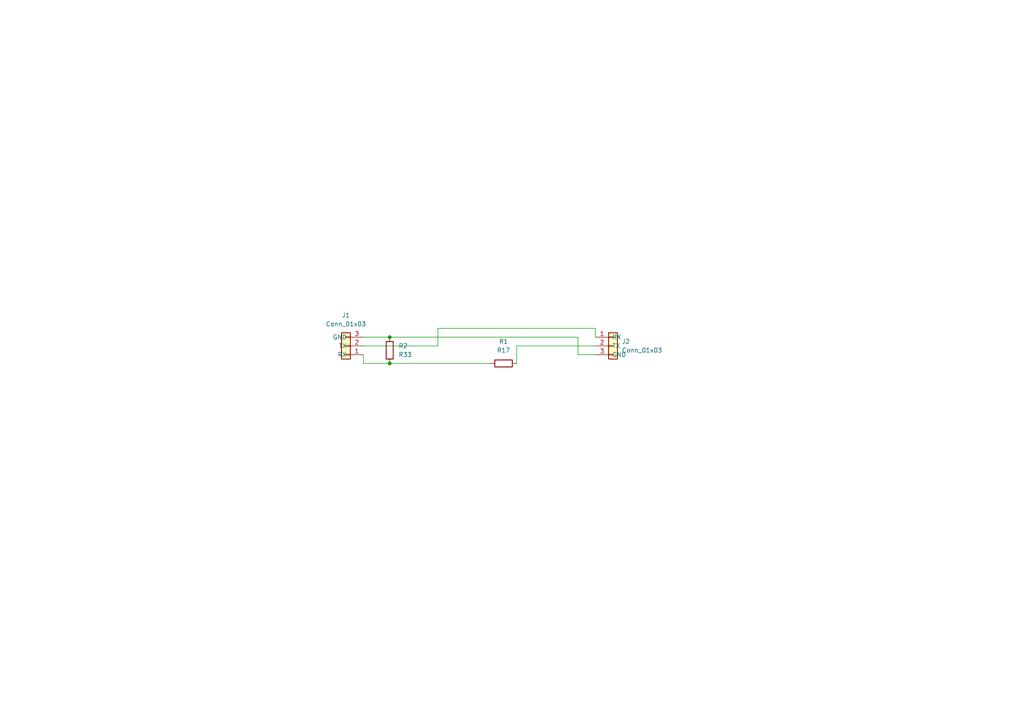
<source format=kicad_sch>
(kicad_sch (version 20250114) (generator "eeschema") (generator_version "9.0")
  (paper "A4")
  (lib_symbols
    (symbol "Conn_01x03_1" (pin_names (offset 1.016))
      (property "Reference" "J1" (at 0 -8.89 0))
      (property "Value" "Conn_01x03" (at 0 -6.35 0))
      (symbol "Conn_01x03_1_1_1"
        (rectangle (start -1.27 3.81) (end 1.27 -3.81) (stroke (width 0.254)) (fill (type background)))
        (rectangle (start -1.27 2.667) (end 0 2.413) (stroke (width 0.1524)))
        (rectangle (start -1.27 0.127) (end 0 -0.127) (stroke (width 0.1524)))
        (rectangle (start -1.27 -2.413) (end 0 -2.667) (stroke (width 0.1524)))
        (pin passive line (at -5.08 2.54 0) (length 3.81) (name "RX") (number "1"))
        (pin passive line (at -5.08 0 0) (length 3.81) (name "TX") (number "2"))
        (pin passive line (at -5.08 -2.54 0) (length 3.81) (name "GND") (number "3"))
      )
    )
    (symbol "Connector_Generic:Conn_01x03" (pin_names (offset 1.016))
      (property "Reference" "J2" (at 2.54 1.2701 0))
      (property "Value" "Conn_01x03" (at 2.54 -1.2699 0))
      (symbol "Conn_01x03_1_1"
        (rectangle (start -1.27 3.81) (end 1.27 -3.81) (stroke (width 0.254)) (fill (type background)))
        (rectangle (start -1.27 2.667) (end 0 2.413) (stroke (width 0.1524)))
        (rectangle (start -1.27 0.127) (end 0 -0.127) (stroke (width 0.1524)))
        (rectangle (start -1.27 -2.413) (end 0 -2.667) (stroke (width 0.1524)))
        (pin passive line (at -5.08 2.54 0) (length 3.81) (name "RX") (number "1"))
        (pin passive line (at -5.08 0 0) (length 3.81) (name "TX") (number "2"))
        (pin passive line (at -5.08 -2.54 0) (length 3.81) (name "GND") (number "3"))
      )
    )
    (symbol "Device:R" (pin_numbers (hide yes)) (pin_names (offset 0))
      (property "Reference" "R" (at 2.032 0 90))
      (property "Value" "R" (at 0 0 90))
      (symbol "R_0_1"
        (rectangle (start -1.016 -2.54) (end 1.016 2.54) (stroke (width 0.254)))
      )
      (symbol "R_1_1"
        (pin passive line (at 0 3.81 270) (length 1.27) (name "~") (number "1"))
        (pin passive line (at 0 -3.81 90) (length 1.27) (name "~") (number "2"))
      )
    )
  )
  (junction (at 113.03 105.41))
  (junction (at 113.03 97.79))
  (wire (pts (xy 105.41 105.41) (xy 105.41 102.87)))
  (wire (pts (xy 172.72 102.87) (xy 167.64 102.87)))
  (wire (pts (xy 127 100.33) (xy 127 95.25)))
  (wire (pts (xy 172.72 95.25) (xy 172.72 97.79)))
  (wire (pts (xy 105.41 105.41) (xy 113.03 105.41)))
  (wire (pts (xy 105.41 100.33) (xy 127 100.33)))
  (wire (pts (xy 127 95.25) (xy 172.72 95.25)))
  (wire (pts (xy 172.72 100.33) (xy 149.86 100.33)))
  (wire (pts (xy 105.41 97.79) (xy 113.03 97.79)))
  (wire (pts (xy 149.86 100.33) (xy 149.86 105.41)))
  (wire (pts (xy 167.64 97.79) (xy 113.03 97.79)))
  (wire (pts (xy 167.64 102.87) (xy 167.64 97.79)))
  (wire (pts (xy 113.03 105.41) (xy 142.24 105.41)))
  (symbol (lib_id "Connector_Generic:Conn_01x03") (at 177.8 100.33 0) (unit 1)
    (property "Reference" "J2" (at 180.34 99.0599 0) (effects (justify left)))
    (property "Value" "Conn_01x03" (at 180.34 101.5999 0) (effects (justify left)))
    (property "Footprint" "Connector_PinSocket_2.54mm:PinSocket_1x03_P2.54mm_Vertical" (effects (hide yes)))
    (property "Description" "Generic connector, single row, 01x03, script generated (kicad-library-utils/schlib/autogen/connector/)" (effects (hide yes)))
  )
  (symbol (lib_id "Device:R") (at 113.03 101.6 0) (unit 1)
    (property "Reference" "R2" (at 115.57 100.3299 0) (effects (justify left)))
    (property "Value" "R33" (at 115.57 102.8699 0) (effects (justify left)))
    (property "Footprint" "Resistor_THT:R_Axial_DIN0207_L6.3mm_D2.5mm_P10.16mm_Horizontal" (effects (hide yes)))
    (property "Description" "Resistor" (effects (hide yes)))
  )
  (symbol (lib_name "Conn_01x03_1") (lib_id "Connector_Generic:Conn_01x03") (at 100.33 100.33 180) (unit 1)
    (property "Reference" "J1" (at 100.33 91.44 0))
    (property "Value" "Conn_01x03" (at 100.33 93.98 0))
    (property "Footprint" "Connector_PinSocket_2.54mm:PinSocket_1x03_P2.54mm_Horizontal" (effects (hide yes)))
    (property "Description" "Generic connector, single row, 01x03, script generated (kicad-library-utils/schlib/autogen/connector/)" (effects (hide yes)))
  )
  (symbol (lib_id "Device:R") (at 146.05 105.41 270) (unit 1)
    (property "Reference" "R1" (at 146.05 99.06 90))
    (property "Value" "R17" (at 146.05 101.6 90))
    (property "Footprint" "Resistor_THT:R_Axial_DIN0207_L6.3mm_D2.5mm_P10.16mm_Horizontal" (effects (hide yes)))
    (property "Description" "Resistor" (effects (hide yes)))
  )
)
</source>
